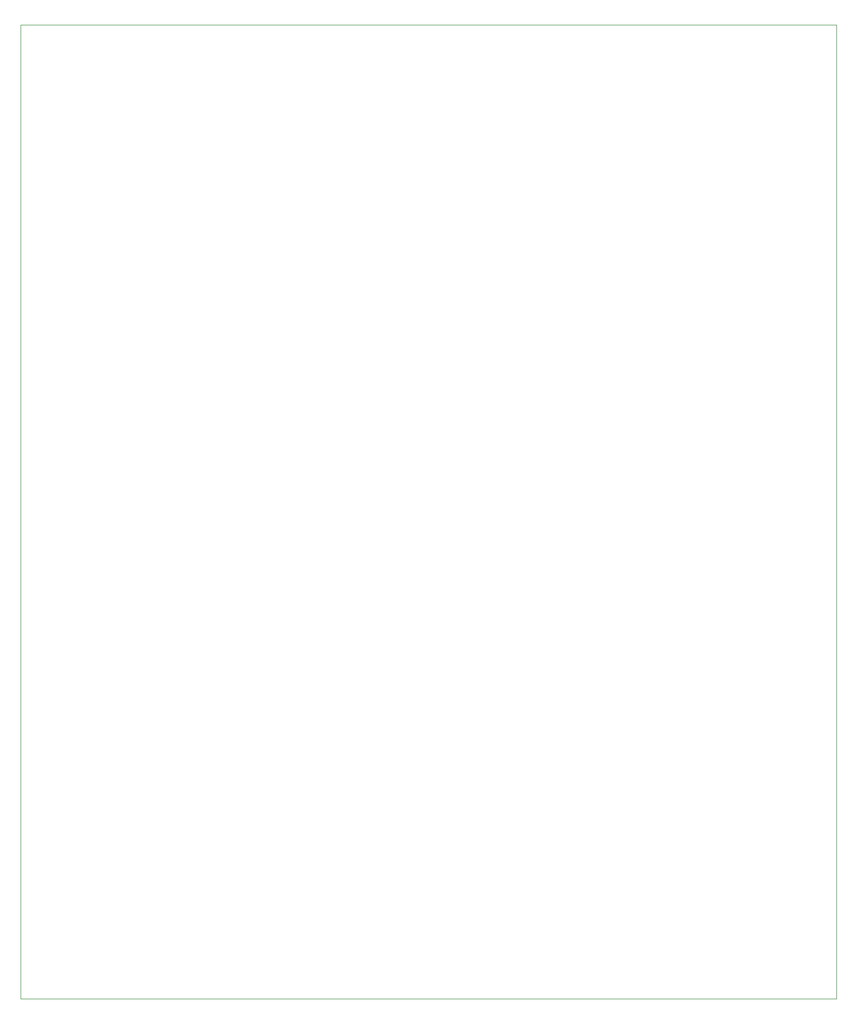
<source format=gbr>
%TF.GenerationSoftware,KiCad,Pcbnew,8.0.7*%
%TF.CreationDate,2025-03-02T22:18:17-05:00*%
%TF.ProjectId,Buck_Converter,4275636b-5f43-46f6-9e76-65727465722e,v0*%
%TF.SameCoordinates,Original*%
%TF.FileFunction,Profile,NP*%
%FSLAX46Y46*%
G04 Gerber Fmt 4.6, Leading zero omitted, Abs format (unit mm)*
G04 Created by KiCad (PCBNEW 8.0.7) date 2025-03-02 22:18:17*
%MOMM*%
%LPD*%
G01*
G04 APERTURE LIST*
%TA.AperFunction,Profile*%
%ADD10C,0.050000*%
%TD*%
G04 APERTURE END LIST*
D10*
X20828000Y-32258000D02*
X151638000Y-32258000D01*
X151638000Y-188468000D01*
X20828000Y-188468000D01*
X20828000Y-32258000D01*
M02*

</source>
